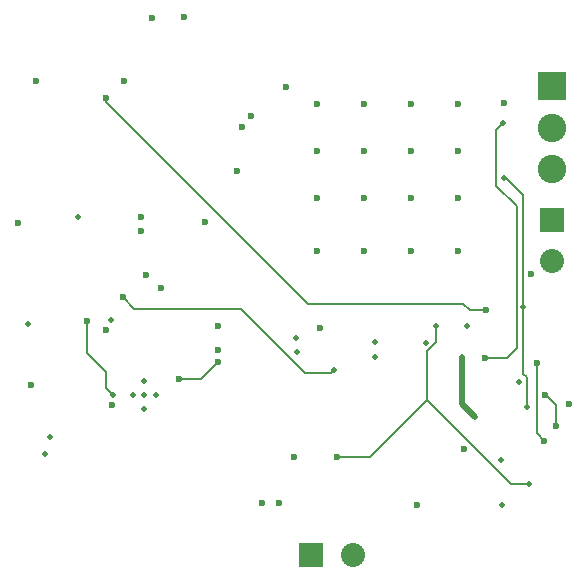
<source format=gbl>
G04 #@! TF.GenerationSoftware,KiCad,Pcbnew,8.0.7*
G04 #@! TF.CreationDate,2025-07-06T21:45:57+02:00*
G04 #@! TF.ProjectId,modbus-to-x,6d6f6462-7573-42d7-946f-2d782e6b6963,rev?*
G04 #@! TF.SameCoordinates,Original*
G04 #@! TF.FileFunction,Copper,L4,Bot*
G04 #@! TF.FilePolarity,Positive*
%FSLAX46Y46*%
G04 Gerber Fmt 4.6, Leading zero omitted, Abs format (unit mm)*
G04 Created by KiCad (PCBNEW 8.0.7) date 2025-07-06 21:45:57*
%MOMM*%
%LPD*%
G01*
G04 APERTURE LIST*
G04 #@! TA.AperFunction,ComponentPad*
%ADD10C,0.600000*%
G04 #@! TD*
G04 #@! TA.AperFunction,ComponentPad*
%ADD11R,2.032000X2.032000*%
G04 #@! TD*
G04 #@! TA.AperFunction,ComponentPad*
%ADD12C,2.032000*%
G04 #@! TD*
G04 #@! TA.AperFunction,ComponentPad*
%ADD13C,0.499999*%
G04 #@! TD*
G04 #@! TA.AperFunction,ComponentPad*
%ADD14R,2.413000X2.413000*%
G04 #@! TD*
G04 #@! TA.AperFunction,ComponentPad*
%ADD15C,2.413000*%
G04 #@! TD*
G04 #@! TA.AperFunction,ViaPad*
%ADD16C,0.600000*%
G04 #@! TD*
G04 #@! TA.AperFunction,ViaPad*
%ADD17C,0.500000*%
G04 #@! TD*
G04 #@! TA.AperFunction,Conductor*
%ADD18C,0.200000*%
G04 #@! TD*
G04 #@! TA.AperFunction,Conductor*
%ADD19C,0.500000*%
G04 #@! TD*
G04 APERTURE END LIST*
D10*
X104468500Y-88585800D03*
X104468500Y-92585800D03*
X104468500Y-96585800D03*
X104468500Y-101085800D03*
X108468500Y-88585800D03*
X108468500Y-92585800D03*
X108468500Y-96585800D03*
X108468500Y-101085800D03*
X112468500Y-88585800D03*
X112468500Y-92585800D03*
X112468500Y-96585800D03*
X112468500Y-101085800D03*
X116468500Y-88585800D03*
X116468500Y-92585800D03*
X116468500Y-96585800D03*
X116468500Y-101085800D03*
D11*
X104015600Y-126798400D03*
D12*
X107515600Y-126798400D03*
D11*
X124438500Y-98403800D03*
D12*
X124438500Y-101903800D03*
D13*
X90894501Y-113262800D03*
X89894500Y-114462800D03*
X89894500Y-113262800D03*
X89894500Y-112062800D03*
X88894502Y-113262800D03*
D14*
X124438500Y-87100800D03*
D15*
X124438500Y-90600800D03*
X124438500Y-94100800D03*
D16*
X86664800Y-107696000D03*
X80264000Y-112420400D03*
X96117500Y-107420800D03*
D17*
X87024300Y-106862000D03*
X81892500Y-116819800D03*
X80010000Y-107188000D03*
D16*
X101887600Y-87172700D03*
X112979200Y-122580400D03*
D17*
X81432400Y-118262400D03*
D16*
X99825900Y-122406800D03*
X93250000Y-81250000D03*
D17*
X113694300Y-108843200D03*
D16*
X88188800Y-86664800D03*
X80721200Y-86652500D03*
D17*
X120095100Y-118774600D03*
X102772300Y-109605200D03*
D16*
X96117500Y-109452800D03*
D17*
X121615200Y-112106700D03*
D16*
X90525600Y-81330800D03*
X125835500Y-114024800D03*
X120374500Y-88497800D03*
X87172800Y-114062801D03*
X104753500Y-107547800D03*
X90017600Y-103073200D03*
X97750000Y-94250000D03*
D17*
X102721500Y-108436800D03*
D16*
X79146400Y-98704400D03*
D17*
X109376300Y-108792400D03*
X84277200Y-98196400D03*
D16*
X118785339Y-106061820D03*
X86647500Y-88078800D03*
X91287600Y-104140000D03*
X122580400Y-102971600D03*
X101299100Y-122406800D03*
X89560400Y-98145600D03*
D17*
X109376300Y-110011600D03*
X117195600Y-107391200D03*
X120145900Y-122559200D03*
X117910700Y-115091600D03*
D16*
X95043000Y-98555800D03*
X116941600Y-117847400D03*
X98907600Y-89611200D03*
X102565200Y-118516400D03*
X98145600Y-90576400D03*
D17*
X116802900Y-110011600D03*
D16*
X89611200Y-99314000D03*
D17*
X120247500Y-90250400D03*
D16*
X118723500Y-110097200D03*
D17*
X121970800Y-105765600D03*
X120294400Y-94843600D03*
X122275600Y-114249200D03*
X87202400Y-113262800D03*
D16*
X85039200Y-106934000D03*
X88036400Y-104952800D03*
D17*
X105918000Y-111099600D03*
D16*
X92811600Y-111912400D03*
X96113600Y-110439200D03*
X106172000Y-118516400D03*
D17*
X122428000Y-120751600D03*
X114604800Y-107391200D03*
D16*
X123088400Y-110540800D03*
X123748800Y-117144800D03*
X123794900Y-113233200D03*
X124714000Y-115824000D03*
D18*
X117415320Y-106061820D02*
X116869300Y-105515800D01*
X118785339Y-106061820D02*
X117415320Y-106061820D01*
X86647500Y-88397500D02*
X86647500Y-88078800D01*
X116869300Y-105515800D02*
X103765800Y-105515800D01*
X103765800Y-105515800D02*
X86647500Y-88397500D01*
D19*
X116802900Y-110011600D02*
X116802900Y-113983800D01*
X116802900Y-113983800D02*
X117910700Y-115091600D01*
D18*
X118723500Y-110097200D02*
X120585600Y-110097200D01*
X119697500Y-95542400D02*
X119697500Y-90800400D01*
X120585600Y-110097200D02*
X121412000Y-109270800D01*
X119697500Y-90800400D02*
X120247500Y-90250400D01*
X121412000Y-109270800D02*
X121412000Y-97256900D01*
X121412000Y-97256900D02*
X119697500Y-95542400D01*
X121970800Y-111430482D02*
X121970800Y-105765600D01*
X121970800Y-96291700D02*
X120522700Y-94843600D01*
X121970800Y-105765600D02*
X121970800Y-96291700D01*
X122275600Y-114249200D02*
X122275600Y-111735282D01*
X120522700Y-94843600D02*
X120294400Y-94843600D01*
X122275600Y-111735282D02*
X121970800Y-111430482D01*
X87202400Y-113262800D02*
X86614000Y-112674400D01*
X86614000Y-112674400D02*
X86614000Y-111252000D01*
X86614000Y-111252000D02*
X85039200Y-109677200D01*
X85039200Y-109677200D02*
X85039200Y-106934000D01*
X103479600Y-111353600D02*
X105664000Y-111353600D01*
X88036400Y-104952800D02*
X89001600Y-105918000D01*
X89001600Y-105918000D02*
X98044000Y-105918000D01*
X105664000Y-111353600D02*
X105918000Y-111099600D01*
X98044000Y-105918000D02*
X103479600Y-111353600D01*
X92811600Y-111912400D02*
X94640400Y-111912400D01*
X94640400Y-111912400D02*
X96113600Y-110439200D01*
X114604800Y-108710518D02*
X113842800Y-109472518D01*
X113842800Y-109472518D02*
X113842800Y-113639600D01*
X108966000Y-118516400D02*
X113842800Y-113639600D01*
X113842800Y-113639600D02*
X120954800Y-120751600D01*
X120954800Y-120751600D02*
X122428000Y-120751600D01*
X114604800Y-107391200D02*
X114604800Y-108710518D01*
X106172000Y-118516400D02*
X108966000Y-118516400D01*
X123748800Y-117144800D02*
X123088400Y-116484400D01*
X123088400Y-116484400D02*
X123088400Y-110540800D01*
X123850400Y-113233200D02*
X123794900Y-113233200D01*
X124714000Y-114096800D02*
X123850400Y-113233200D01*
X124714000Y-115824000D02*
X124714000Y-114096800D01*
M02*

</source>
